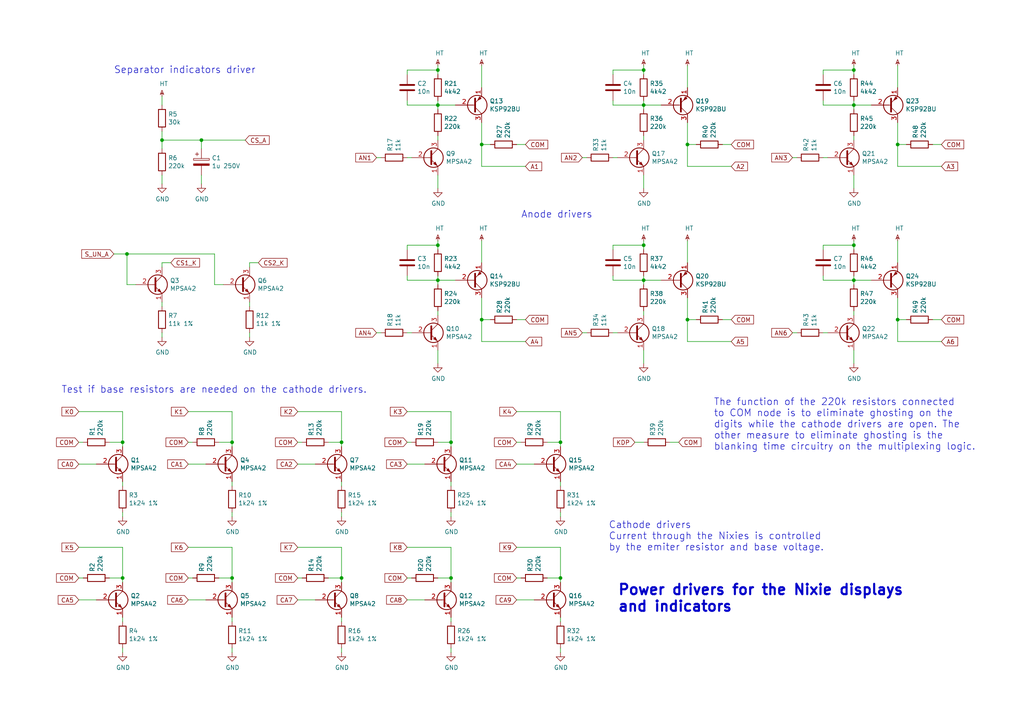
<source format=kicad_sch>
(kicad_sch (version 20211123) (generator eeschema)
  (paper "A4")
  (title_block (title "NixieTTL Clock") (rev "0"))
  (lib_symbols
    (symbol "Device:C" (pin_numbers hide) (pin_names (offset 0.254))
      (property "Reference" "C" (at 0.635 2.54 0))
      (property "Value" "C" (at 0.635 -2.54 0))
      (symbol "C_0_1"
        (polyline (pts (xy -2.032 -0.762) (xy 2.032 -0.762)) (stroke (width 0.508)))
        (polyline (pts (xy -2.032 0.762) (xy 2.032 0.762)) (stroke (width 0.508)))
      )
      (symbol "C_1_1"
        (pin passive line (at 0 3.81 270) (length 2.794) (name "~") (number "1"))
        (pin passive line (at 0 -3.81 90) (length 2.794) (name "~") (number "2"))
      )
    )
    (symbol "Device:C_Polarized" (pin_numbers hide) (pin_names (offset 0.254))
      (property "Reference" "C" (at 0.635 2.54 0))
      (property "Value" "C_Polarized" (at 0.635 -2.54 0))
      (symbol "C_Polarized_0_1"
        (rectangle (start -2.286 0.508) (end 2.286 1.016))
        (polyline (pts (xy -1.778 2.286) (xy -0.762 2.286)))
        (polyline (pts (xy -1.27 2.794) (xy -1.27 1.778)))
        (rectangle (start 2.286 -0.508) (end -2.286 -1.016) (fill (type outline)))
      )
      (symbol "C_Polarized_1_1"
        (pin passive line (at 0 3.81 270) (length 2.794) (name "~") (number "1"))
        (pin passive line (at 0 -3.81 90) (length 2.794) (name "~") (number "2"))
      )
    )
    (symbol "Device:R" (pin_numbers hide) (pin_names (offset 0))
      (property "Reference" "R" (at 2.032 0 90))
      (property "Value" "R" (at 0 0 90))
      (symbol "R_0_1"
        (rectangle (start -1.016 -2.54) (end 1.016 2.54) (stroke (width 0.254)))
      )
      (symbol "R_1_1"
        (pin passive line (at 0 3.81 270) (length 1.27) (name "~") (number "1"))
        (pin passive line (at 0 -3.81 90) (length 1.27) (name "~") (number "2"))
      )
    )
    (symbol "Transistor_BJT:MPSA42" (pin_names (offset 1.016) hide)
      (property "Reference" "Q" (at 5.08 1.905 0))
      (property "Value" "MPSA42" (at 5.08 0 0))
      (symbol "MPSA42_0_1"
        (polyline (pts (xy 0 0) (xy 0.635 0)))
        (polyline (pts (xy 0.635 0.635) (xy 2.54 2.54)))
        (polyline (pts (xy 0.635 -0.635) (xy 2.54 -2.54) (xy 2.54 -2.54)))
        (polyline (pts (xy 0.635 1.905) (xy 0.635 -1.905) (xy 0.635 -1.905)) (stroke (width 0.508)))
        (polyline (pts (xy 1.27 -1.778) (xy 1.778 -1.27) (xy 2.286 -2.286) (xy 1.27 -1.778) (xy 1.27 -1.778)) (fill (type outline)))
        (circle (center 1.27 0) (radius 2.8194) (stroke (width 0.254)))
      )
      (symbol "MPSA42_1_1"
        (pin passive line (at 2.54 -5.08 90) (length 2.54) (name "E") (number "1"))
        (pin input line (at -5.08 0 0) (length 5.08) (name "B") (number "2"))
        (pin passive line (at 2.54 5.08 270) (length 2.54) (name "C") (number "3"))
      )
    )
    (symbol "Transistor_BJT:MPSA92" (pin_names (offset 1.016) hide)
      (property "Reference" "Q" (at 5.08 1.905 0))
      (property "Value" "MPSA92" (at 5.08 0 0))
      (symbol "MPSA92_0_1"
        (polyline (pts (xy 0 0) (xy 0.635 0)))
        (polyline (pts (xy 2.54 -2.54) (xy 0.635 -0.635)))
        (polyline (pts (xy 2.54 2.54) (xy 0.635 0.635)))
        (polyline (pts (xy 0.635 1.905) (xy 0.635 -1.905) (xy 0.635 -1.905)) (stroke (width 0.508)) (fill (type outline)))
        (polyline (pts (xy 1.905 -2.413) (xy 2.413 -1.905) (xy 1.397 -1.397) (xy 1.905 -2.413) (xy 1.905 -2.413)) (fill (type outline)))
        (circle (center 1.27 0) (radius 2.8194) (stroke (width 0.254)))
      )
      (symbol "MPSA92_1_1"
        (pin passive line (at 2.54 -5.08 90) (length 2.54) (name "E") (number "1"))
        (pin input line (at -5.08 0 0) (length 5.08) (name "B") (number "2"))
        (pin passive line (at 2.54 5.08 270) (length 2.54) (name "C") (number "3"))
      )
    )
    (symbol "power:GND" (power) (pin_names (offset 0))
      (property "Value" "GND" (at 0 -3.81 0))
      (symbol "GND_0_1"
        (polyline (pts (xy 0 0) (xy 0 -1.27) (xy 1.27 -1.27) (xy 0 -2.54) (xy -1.27 -1.27) (xy 0 -1.27)))
      )
      (symbol "GND_1_1"
        (pin power_in line (at 0 0 270) (length 0) hide (name "GND") (number "1"))
      )
    )
    (symbol "power:HT" (power) (pin_names (offset 0))
      (property "Value" "HT" (at 0 2.286 0))
      (symbol "HT_0_0"
        (pin power_in line (at 0 0 90) (length 0) hide (name "HT") (number "1"))
      )
      (symbol "HT_0_1"
        (polyline (pts (xy 0 0) (xy 0 1.016) (xy 0 1.016)))
        (polyline (pts (xy 0 1.016) (xy 0.508 0.508) (xy 0 1.778) (xy -0.508 0.508) (xy 0 1.016) (xy 0 1.016)))
      )
    )
  )
  (junction (at 247.65 81.28))
  (junction (at 162.56 167.64))
  (junction (at 36.83 73.66))
  (junction (at 58.42 40.64))
  (junction (at 127 30.48))
  (junction (at 186.69 30.48))
  (junction (at 186.69 81.28))
  (junction (at 139.7 41.91))
  (junction (at 99.06 128.27))
  (junction (at 46.99 40.64))
  (junction (at 199.39 92.71))
  (junction (at 67.31 128.27))
  (junction (at 99.06 167.64))
  (junction (at 162.56 128.27))
  (junction (at 186.69 71.12))
  (junction (at 247.65 30.48))
  (junction (at 127 81.28))
  (junction (at 186.69 20.32))
  (junction (at 67.31 167.64))
  (junction (at 247.65 71.12))
  (junction (at 127 71.12))
  (junction (at 139.7 92.71))
  (junction (at 130.81 128.27))
  (junction (at 260.35 41.91))
  (junction (at 260.35 92.71))
  (junction (at 247.65 20.32))
  (junction (at 35.56 128.27))
  (junction (at 130.81 167.64))
  (junction (at 199.39 41.91))
  (junction (at 127 20.32))
  (junction (at 35.56 167.64))
  (wire (pts (xy 46.99 87.63) (xy 46.99 88.9)))
  (wire (pts (xy 260.35 92.71) (xy 262.89 92.71)))
  (wire (pts (xy 118.11 81.28) (xy 127 81.28)))
  (wire (pts (xy 99.06 139.7) (xy 99.06 140.97)))
  (wire (pts (xy 184.15 128.27) (xy 186.69 128.27)))
  (wire (pts (xy 186.69 81.28) (xy 186.69 82.55)))
  (wire (pts (xy 162.56 158.75) (xy 162.56 167.64)))
  (wire (pts (xy 238.76 29.21) (xy 238.76 30.48)))
  (wire (pts (xy 247.65 20.32) (xy 247.65 21.59)))
  (wire (pts (xy 149.86 119.38) (xy 162.56 119.38)))
  (wire (pts (xy 67.31 119.38) (xy 67.31 128.27)))
  (wire (pts (xy 127 128.27) (xy 130.81 128.27)))
  (wire (pts (xy 127 81.28) (xy 127 82.55)))
  (wire (pts (xy 35.56 129.54) (xy 35.56 128.27)))
  (wire (pts (xy 199.39 92.71) (xy 199.39 99.06)))
  (wire (pts (xy 99.06 119.38) (xy 99.06 128.27)))
  (wire (pts (xy 63.5 167.64) (xy 67.31 167.64)))
  (wire (pts (xy 130.81 179.07) (xy 130.81 180.34)))
  (wire (pts (xy 162.56 149.86) (xy 162.56 148.59)))
  (wire (pts (xy 177.8 30.48) (xy 186.69 30.48)))
  (wire (pts (xy 130.81 139.7) (xy 130.81 140.97)))
  (wire (pts (xy 127 29.21) (xy 127 30.48)))
  (wire (pts (xy 139.7 99.06) (xy 152.4 99.06)))
  (wire (pts (xy 118.11 29.21) (xy 118.11 30.48)))
  (wire (pts (xy 46.99 77.47) (xy 46.99 76.2)))
  (wire (pts (xy 158.75 128.27) (xy 162.56 128.27)))
  (wire (pts (xy 118.11 20.32) (xy 127 20.32)))
  (wire (pts (xy 127 167.64) (xy 130.81 167.64)))
  (wire (pts (xy 238.76 30.48) (xy 247.65 30.48)))
  (wire (pts (xy 130.81 158.75) (xy 130.81 167.64)))
  (wire (pts (xy 247.65 29.21) (xy 247.65 30.48)))
  (wire (pts (xy 67.31 158.75) (xy 67.31 167.64)))
  (wire (pts (xy 109.22 45.72) (xy 110.49 45.72)))
  (wire (pts (xy 139.7 41.91) (xy 139.7 48.26)))
  (wire (pts (xy 118.11 96.52) (xy 119.38 96.52)))
  (wire (pts (xy 149.86 41.91) (xy 152.4 41.91)))
  (wire (pts (xy 260.35 48.26) (xy 273.05 48.26)))
  (wire (pts (xy 238.76 71.12) (xy 238.76 72.39)))
  (wire (pts (xy 86.36 128.27) (xy 87.63 128.27)))
  (wire (pts (xy 238.76 80.01) (xy 238.76 81.28)))
  (wire (pts (xy 99.06 149.86) (xy 99.06 148.59)))
  (wire (pts (xy 54.61 128.27) (xy 55.88 128.27)))
  (wire (pts (xy 127 40.64) (xy 127 39.37)))
  (wire (pts (xy 162.56 129.54) (xy 162.56 128.27)))
  (wire (pts (xy 118.11 45.72) (xy 119.38 45.72)))
  (wire (pts (xy 132.08 81.28) (xy 127 81.28)))
  (wire (pts (xy 54.61 119.38) (xy 67.31 119.38)))
  (wire (pts (xy 139.7 35.56) (xy 139.7 41.91)))
  (wire (pts (xy 186.69 105.41) (xy 186.69 101.6)))
  (wire (pts (xy 186.69 29.21) (xy 186.69 30.48)))
  (wire (pts (xy 139.7 76.2) (xy 139.7 69.85)))
  (wire (pts (xy 22.86 128.27) (xy 24.13 128.27)))
  (wire (pts (xy 162.56 119.38) (xy 162.56 128.27)))
  (wire (pts (xy 149.86 92.71) (xy 152.4 92.71)))
  (wire (pts (xy 229.87 96.52) (xy 231.14 96.52)))
  (wire (pts (xy 199.39 41.91) (xy 201.93 41.91)))
  (wire (pts (xy 46.99 30.48) (xy 46.99 27.94)))
  (wire (pts (xy 247.65 69.85) (xy 247.65 71.12)))
  (wire (pts (xy 231.14 45.72) (xy 229.87 45.72)))
  (wire (pts (xy 118.11 80.01) (xy 118.11 81.28)))
  (wire (pts (xy 31.75 128.27) (xy 35.56 128.27)))
  (wire (pts (xy 139.7 92.71) (xy 139.7 99.06)))
  (wire (pts (xy 177.8 80.01) (xy 177.8 81.28)))
  (wire (pts (xy 118.11 158.75) (xy 130.81 158.75)))
  (wire (pts (xy 252.73 81.28) (xy 247.65 81.28)))
  (wire (pts (xy 186.69 80.01) (xy 186.69 81.28)))
  (wire (pts (xy 54.61 158.75) (xy 67.31 158.75)))
  (wire (pts (xy 95.25 167.64) (xy 99.06 167.64)))
  (wire (pts (xy 127 69.85) (xy 127 71.12)))
  (wire (pts (xy 139.7 25.4) (xy 139.7 19.05)))
  (wire (pts (xy 72.39 87.63) (xy 72.39 88.9)))
  (wire (pts (xy 127 54.61) (xy 127 50.8)))
  (wire (pts (xy 270.51 41.91) (xy 273.05 41.91)))
  (wire (pts (xy 199.39 35.56) (xy 199.39 41.91)))
  (wire (pts (xy 149.86 173.99) (xy 154.94 173.99)))
  (wire (pts (xy 54.61 173.99) (xy 59.69 173.99)))
  (wire (pts (xy 186.69 40.64) (xy 186.69 39.37)))
  (wire (pts (xy 260.35 41.91) (xy 260.35 48.26)))
  (wire (pts (xy 247.65 91.44) (xy 247.65 90.17)))
  (wire (pts (xy 35.56 119.38) (xy 35.56 128.27)))
  (wire (pts (xy 247.65 71.12) (xy 247.65 72.39)))
  (wire (pts (xy 177.8 20.32) (xy 186.69 20.32)))
  (wire (pts (xy 99.06 158.75) (xy 99.06 167.64)))
  (wire (pts (xy 238.76 96.52) (xy 240.03 96.52)))
  (wire (pts (xy 260.35 99.06) (xy 273.05 99.06)))
  (wire (pts (xy 238.76 20.32) (xy 238.76 21.59)))
  (wire (pts (xy 36.83 73.66) (xy 36.83 82.55)))
  (wire (pts (xy 127 80.01) (xy 127 81.28)))
  (wire (pts (xy 67.31 139.7) (xy 67.31 140.97)))
  (wire (pts (xy 130.81 129.54) (xy 130.81 128.27)))
  (wire (pts (xy 238.76 71.12) (xy 247.65 71.12)))
  (wire (pts (xy 158.75 167.64) (xy 162.56 167.64)))
  (wire (pts (xy 186.69 71.12) (xy 186.69 72.39)))
  (wire (pts (xy 186.69 20.32) (xy 186.69 21.59)))
  (wire (pts (xy 35.56 149.86) (xy 35.56 148.59)))
  (wire (pts (xy 118.11 30.48) (xy 127 30.48)))
  (wire (pts (xy 54.61 167.64) (xy 55.88 167.64)))
  (wire (pts (xy 191.77 30.48) (xy 186.69 30.48)))
  (wire (pts (xy 110.49 96.52) (xy 109.22 96.52)))
  (wire (pts (xy 177.8 29.21) (xy 177.8 30.48)))
  (wire (pts (xy 139.7 41.91) (xy 142.24 41.91)))
  (wire (pts (xy 162.56 168.91) (xy 162.56 167.64)))
  (wire (pts (xy 260.35 41.91) (xy 262.89 41.91)))
  (wire (pts (xy 186.69 30.48) (xy 186.69 31.75)))
  (wire (pts (xy 46.99 40.64) (xy 46.99 43.18)))
  (wire (pts (xy 162.56 179.07) (xy 162.56 180.34)))
  (wire (pts (xy 127 71.12) (xy 127 72.39)))
  (wire (pts (xy 199.39 48.26) (xy 212.09 48.26)))
  (wire (pts (xy 118.11 134.62) (xy 123.19 134.62)))
  (wire (pts (xy 63.5 128.27) (xy 67.31 128.27)))
  (wire (pts (xy 260.35 92.71) (xy 260.35 99.06)))
  (wire (pts (xy 118.11 167.64) (xy 119.38 167.64)))
  (wire (pts (xy 35.56 179.07) (xy 35.56 180.34)))
  (wire (pts (xy 58.42 40.64) (xy 71.12 40.64)))
  (wire (pts (xy 62.23 73.66) (xy 62.23 82.55)))
  (wire (pts (xy 177.8 81.28) (xy 186.69 81.28)))
  (wire (pts (xy 22.86 173.99) (xy 27.94 173.99)))
  (wire (pts (xy 177.8 71.12) (xy 177.8 72.39)))
  (wire (pts (xy 118.11 173.99) (xy 123.19 173.99)))
  (wire (pts (xy 67.31 179.07) (xy 67.31 180.34)))
  (wire (pts (xy 209.55 41.91) (xy 212.09 41.91)))
  (wire (pts (xy 86.36 173.99) (xy 91.44 173.99)))
  (wire (pts (xy 31.75 167.64) (xy 35.56 167.64)))
  (wire (pts (xy 199.39 99.06) (xy 212.09 99.06)))
  (wire (pts (xy 186.69 91.44) (xy 186.69 90.17)))
  (wire (pts (xy 247.65 105.41) (xy 247.65 101.6)))
  (wire (pts (xy 86.36 158.75) (xy 99.06 158.75)))
  (wire (pts (xy 99.06 129.54) (xy 99.06 128.27)))
  (wire (pts (xy 238.76 81.28) (xy 247.65 81.28)))
  (wire (pts (xy 127 105.41) (xy 127 101.6)))
  (wire (pts (xy 58.42 43.18) (xy 58.42 40.64)))
  (wire (pts (xy 139.7 92.71) (xy 142.24 92.71)))
  (wire (pts (xy 168.91 96.52) (xy 170.18 96.52)))
  (wire (pts (xy 209.55 92.71) (xy 212.09 92.71)))
  (wire (pts (xy 270.51 92.71) (xy 273.05 92.71)))
  (wire (pts (xy 46.99 76.2) (xy 49.53 76.2)))
  (wire (pts (xy 162.56 139.7) (xy 162.56 140.97)))
  (wire (pts (xy 238.76 20.32) (xy 247.65 20.32)))
  (wire (pts (xy 99.06 168.91) (xy 99.06 167.64)))
  (wire (pts (xy 132.08 30.48) (xy 127 30.48)))
  (wire (pts (xy 118.11 119.38) (xy 130.81 119.38)))
  (wire (pts (xy 199.39 92.71) (xy 201.93 92.71)))
  (wire (pts (xy 130.81 189.23) (xy 130.81 187.96)))
  (wire (pts (xy 194.31 128.27) (xy 196.85 128.27)))
  (wire (pts (xy 22.86 119.38) (xy 35.56 119.38)))
  (wire (pts (xy 127 30.48) (xy 127 31.75)))
  (wire (pts (xy 139.7 48.26) (xy 152.4 48.26)))
  (wire (pts (xy 99.06 179.07) (xy 99.06 180.34)))
  (wire (pts (xy 130.81 149.86) (xy 130.81 148.59)))
  (wire (pts (xy 118.11 20.32) (xy 118.11 21.59)))
  (wire (pts (xy 130.81 119.38) (xy 130.81 128.27)))
  (wire (pts (xy 118.11 71.12) (xy 127 71.12)))
  (wire (pts (xy 191.77 81.28) (xy 186.69 81.28)))
  (wire (pts (xy 247.65 19.05) (xy 247.65 20.32)))
  (wire (pts (xy 33.02 73.66) (xy 36.83 73.66)))
  (wire (pts (xy 35.56 139.7) (xy 35.56 140.97)))
  (wire (pts (xy 260.35 76.2) (xy 260.35 69.85)))
  (wire (pts (xy 86.36 119.38) (xy 99.06 119.38)))
  (wire (pts (xy 177.8 20.32) (xy 177.8 21.59)))
  (wire (pts (xy 127 91.44) (xy 127 90.17)))
  (wire (pts (xy 247.65 81.28) (xy 247.65 82.55)))
  (wire (pts (xy 199.39 25.4) (xy 199.39 19.05)))
  (wire (pts (xy 35.56 168.91) (xy 35.56 167.64)))
  (wire (pts (xy 149.86 134.62) (xy 154.94 134.62)))
  (wire (pts (xy 46.99 53.34) (xy 46.99 50.8)))
  (wire (pts (xy 54.61 134.62) (xy 59.69 134.62)))
  (wire (pts (xy 177.8 71.12) (xy 186.69 71.12)))
  (wire (pts (xy 238.76 45.72) (xy 240.03 45.72)))
  (wire (pts (xy 67.31 189.23) (xy 67.31 187.96)))
  (wire (pts (xy 46.99 97.79) (xy 46.99 96.52)))
  (wire (pts (xy 260.35 25.4) (xy 260.35 19.05)))
  (wire (pts (xy 247.65 30.48) (xy 247.65 31.75)))
  (wire (pts (xy 95.25 128.27) (xy 99.06 128.27)))
  (wire (pts (xy 149.86 128.27) (xy 151.13 128.27)))
  (wire (pts (xy 177.8 45.72) (xy 179.07 45.72)))
  (wire (pts (xy 127 20.32) (xy 127 21.59)))
  (wire (pts (xy 168.91 45.72) (xy 170.18 45.72)))
  (wire (pts (xy 186.69 19.05) (xy 186.69 20.32)))
  (wire (pts (xy 72.39 77.47) (xy 72.39 76.2)))
  (wire (pts (xy 260.35 35.56) (xy 260.35 41.91)))
  (wire (pts (xy 35.56 189.23) (xy 35.56 187.96)))
  (wire (pts (xy 199.39 76.2) (xy 199.39 69.85)))
  (wire (pts (xy 72.39 97.79) (xy 72.39 96.52)))
  (wire (pts (xy 247.65 54.61) (xy 247.65 50.8)))
  (wire (pts (xy 36.83 73.66) (xy 62.23 73.66)))
  (wire (pts (xy 162.56 189.23) (xy 162.56 187.96)))
  (wire (pts (xy 127 19.05) (xy 127 20.32)))
  (wire (pts (xy 35.56 158.75) (xy 35.56 167.64)))
  (wire (pts (xy 67.31 129.54) (xy 67.31 128.27)))
  (wire (pts (xy 247.65 40.64) (xy 247.65 39.37)))
  (wire (pts (xy 72.39 76.2) (xy 74.93 76.2)))
  (wire (pts (xy 99.06 189.23) (xy 99.06 187.96)))
  (wire (pts (xy 260.35 86.36) (xy 260.35 92.71)))
  (wire (pts (xy 199.39 86.36) (xy 199.39 92.71)))
  (wire (pts (xy 199.39 41.91) (xy 199.39 48.26)))
  (wire (pts (xy 139.7 86.36) (xy 139.7 92.71)))
  (wire (pts (xy 252.73 30.48) (xy 247.65 30.48)))
  (wire (pts (xy 118.11 128.27) (xy 119.38 128.27)))
  (wire (pts (xy 247.65 80.01) (xy 247.65 81.28)))
  (wire (pts (xy 22.86 134.62) (xy 27.94 134.62)))
  (wire (pts (xy 36.83 82.55) (xy 39.37 82.55)))
  (wire (pts (xy 86.36 134.62) (xy 91.44 134.62)))
  (wire (pts (xy 130.81 168.91) (xy 130.81 167.64)))
  (wire (pts (xy 149.86 167.64) (xy 151.13 167.64)))
  (wire (pts (xy 67.31 149.86) (xy 67.31 148.59)))
  (wire (pts (xy 22.86 158.75) (xy 35.56 158.75)))
  (wire (pts (xy 58.42 40.64) (xy 46.99 40.64)))
  (wire (pts (xy 186.69 54.61) (xy 186.69 50.8)))
  (wire (pts (xy 149.86 158.75) (xy 162.56 158.75)))
  (wire (pts (xy 186.69 69.85) (xy 186.69 71.12)))
  (wire (pts (xy 46.99 40.64) (xy 46.99 38.1)))
  (wire (pts (xy 58.42 50.8) (xy 58.42 53.34)))
  (wire (pts (xy 118.11 71.12) (xy 118.11 72.39)))
  (wire (pts (xy 22.86 167.64) (xy 24.13 167.64)))
  (wire (pts (xy 177.8 96.52) (xy 179.07 96.52)))
  (wire (pts (xy 64.77 82.55) (xy 62.23 82.55)))
  (wire (pts (xy 67.31 168.91) (xy 67.31 167.64)))
  (wire (pts (xy 86.36 167.64) (xy 87.63 167.64)))
  (text "Test if base resistors are needed on the cathode drivers." (at 17.78 114.3 0) (effects (font (size 2.0066 2.0066)) (justify left bottom)))
  (text "The function of the 220k resistors connected \nto COM node is to eliminate ghosting on the \ndigits while the cathode drivers are open. The \nother measure to eliminate ghosting is the\nblanking time circuitry on the multiplexing logic." (at 207.01 130.81 0) (effects (font (size 2.0066 2.0066)) (justify left bottom)))
  (text "Separator indicators driver\n" (at 33.02 21.59 0) (effects (font (size 2.0066 2.0066)) (justify left bottom)))
  (text "Power drivers for the Nixie displays \nand indicators" (at 179.07 177.8 0) (effects (font (size 2.9972 2.9972) (thickness 0.5994) bold) (justify left bottom)))
  (text "Cathode drivers\nCurrent through the Nixies is controlled \nby the emiter resistor and base voltage." (at 176.53 160.02 0) (effects (font (size 2.0066 2.0066)) (justify left bottom)))
  (text "Anode drivers" (at 151.13 63.5 0) (effects (font (size 2.0066 2.0066)) (justify left bottom)))
  (global_label "COM" (shape input) (at 22.86 167.64 180) (property "Intersheet References" "${INTERSHEET_REFS}" (effects hide)))
  (global_label "KDP" (shape input) (at 184.15 128.27 180) (property "Intersheet References" "${INTERSHEET_REFS}" (effects hide)))
  (global_label "COM" (shape input) (at 152.4 92.71 0) (property "Intersheet References" "${INTERSHEET_REFS}" (effects hide)))
  (global_label "CA0" (shape input) (at 22.86 134.62 180) (property "Intersheet References" "${INTERSHEET_REFS}" (effects hide)))
  (global_label "COM" (shape input) (at 149.86 128.27 180) (property "Intersheet References" "${INTERSHEET_REFS}" (effects hide)))
  (global_label "A6" (shape input) (at 273.05 99.06 0) (property "Intersheet References" "${INTERSHEET_REFS}" (effects hide)))
  (global_label "COM" (shape input) (at 118.11 167.64 180) (property "Intersheet References" "${INTERSHEET_REFS}" (effects hide)))
  (global_label "CA9" (shape input) (at 149.86 173.99 180) (property "Intersheet References" "${INTERSHEET_REFS}" (effects hide)))
  (global_label "COM" (shape input) (at 22.86 128.27 180) (property "Intersheet References" "${INTERSHEET_REFS}" (effects hide)))
  (global_label "A1" (shape input) (at 152.4 48.26 0) (property "Intersheet References" "${INTERSHEET_REFS}" (effects hide)))
  (global_label "CA7" (shape input) (at 86.36 173.99 180) (property "Intersheet References" "${INTERSHEET_REFS}" (effects hide)))
  (global_label "COM" (shape input) (at 149.86 167.64 180) (property "Intersheet References" "${INTERSHEET_REFS}" (effects hide)))
  (global_label "COM" (shape input) (at 196.85 128.27 0) (property "Intersheet References" "${INTERSHEET_REFS}" (effects hide)))
  (global_label "COM" (shape input) (at 86.36 167.64 180) (property "Intersheet References" "${INTERSHEET_REFS}" (effects hide)))
  (global_label "COM" (shape input) (at 273.05 41.91 0) (property "Intersheet References" "${INTERSHEET_REFS}" (effects hide)))
  (global_label "CS_A" (shape input) (at 71.12 40.64 0) (property "Intersheet References" "${INTERSHEET_REFS}" (effects hide)))
  (global_label "CA2" (shape input) (at 86.36 134.62 180) (property "Intersheet References" "${INTERSHEET_REFS}" (effects hide)))
  (global_label "CA8" (shape input) (at 118.11 173.99 180) (property "Intersheet References" "${INTERSHEET_REFS}" (effects hide)))
  (global_label "AN4" (shape input) (at 109.22 96.52 180) (property "Intersheet References" "${INTERSHEET_REFS}" (effects hide)))
  (global_label "K1" (shape input) (at 54.61 119.38 180) (property "Intersheet References" "${INTERSHEET_REFS}" (effects hide)))
  (global_label "AN5" (shape input) (at 168.91 96.52 180) (property "Intersheet References" "${INTERSHEET_REFS}" (effects hide)))
  (global_label "CS1_K" (shape input) (at 49.53 76.2 0) (property "Intersheet References" "${INTERSHEET_REFS}" (effects hide)))
  (global_label "COM" (shape input) (at 86.36 128.27 180) (property "Intersheet References" "${INTERSHEET_REFS}" (effects hide)))
  (global_label "A4" (shape input) (at 152.4 99.06 0) (property "Intersheet References" "${INTERSHEET_REFS}" (effects hide)))
  (global_label "COM" (shape input) (at 212.09 92.71 0) (property "Intersheet References" "${INTERSHEET_REFS}" (effects hide)))
  (global_label "CA1" (shape input) (at 54.61 134.62 180) (property "Intersheet References" "${INTERSHEET_REFS}" (effects hide)))
  (global_label "K2" (shape input) (at 86.36 119.38 180) (property "Intersheet References" "${INTERSHEET_REFS}" (effects hide)))
  (global_label "S_UN_A" (shape input) (at 33.02 73.66 180) (property "Intersheet References" "${INTERSHEET_REFS}" (effects hide)))
  (global_label "CA4" (shape input) (at 149.86 134.62 180) (property "Intersheet References" "${INTERSHEET_REFS}" (effects hide)))
  (global_label "K3" (shape input) (at 118.11 119.38 180) (property "Intersheet References" "${INTERSHEET_REFS}" (effects hide)))
  (global_label "AN2" (shape input) (at 168.91 45.72 180) (property "Intersheet References" "${INTERSHEET_REFS}" (effects hide)))
  (global_label "K7" (shape input) (at 86.36 158.75 180) (property "Intersheet References" "${INTERSHEET_REFS}" (effects hide)))
  (global_label "A5" (shape input) (at 212.09 99.06 0) (property "Intersheet References" "${INTERSHEET_REFS}" (effects hide)))
  (global_label "COM" (shape input) (at 273.05 92.71 0) (property "Intersheet References" "${INTERSHEET_REFS}" (effects hide)))
  (global_label "CA6" (shape input) (at 54.61 173.99 180) (property "Intersheet References" "${INTERSHEET_REFS}" (effects hide)))
  (global_label "CA5" (shape input) (at 22.86 173.99 180) (property "Intersheet References" "${INTERSHEET_REFS}" (effects hide)))
  (global_label "COM" (shape input) (at 212.09 41.91 0) (property "Intersheet References" "${INTERSHEET_REFS}" (effects hide)))
  (global_label "CS2_K" (shape input) (at 74.93 76.2 0) (property "Intersheet References" "${INTERSHEET_REFS}" (effects hide)))
  (global_label "K0" (shape input) (at 22.86 119.38 180) (property "Intersheet References" "${INTERSHEET_REFS}" (effects hide)))
  (global_label "K5" (shape input) (at 22.86 158.75 180) (property "Intersheet References" "${INTERSHEET_REFS}" (effects hide)))
  (global_label "K9" (shape input) (at 149.86 158.75 180) (property "Intersheet References" "${INTERSHEET_REFS}" (effects hide)))
  (global_label "K4" (shape input) (at 149.86 119.38 180) (property "Intersheet References" "${INTERSHEET_REFS}" (effects hide)))
  (global_label "CA3" (shape input) (at 118.11 134.62 180) (property "Intersheet References" "${INTERSHEET_REFS}" (effects hide)))
  (global_label "K6" (shape input) (at 54.61 158.75 180) (property "Intersheet References" "${INTERSHEET_REFS}" (effects hide)))
  (global_label "AN1" (shape input) (at 109.22 45.72 180) (property "Intersheet References" "${INTERSHEET_REFS}" (effects hide)))
  (global_label "COM" (shape input) (at 54.61 167.64 180) (property "Intersheet References" "${INTERSHEET_REFS}" (effects hide)))
  (global_label "COM" (shape input) (at 118.11 128.27 180) (property "Intersheet References" "${INTERSHEET_REFS}" (effects hide)))
  (global_label "K8" (shape input) (at 118.11 158.75 180) (property "Intersheet References" "${INTERSHEET_REFS}" (effects hide)))
  (global_label "COM" (shape input) (at 152.4 41.91 0) (property "Intersheet References" "${INTERSHEET_REFS}" (effects hide)))
  (global_label "AN3" (shape input) (at 229.87 45.72 180) (property "Intersheet References" "${INTERSHEET_REFS}" (effects hide)))
  (global_label "AN6" (shape input) (at 229.87 96.52 180) (property "Intersheet References" "${INTERSHEET_REFS}" (effects hide)))
  (global_label "A2" (shape input) (at 212.09 48.26 0) (property "Intersheet References" "${INTERSHEET_REFS}" (effects hide)))
  (global_label "COM" (shape input) (at 54.61 128.27 180) (property "Intersheet References" "${INTERSHEET_REFS}" (effects hide)))
  (global_label "A3" (shape input) (at 273.05 48.26 0) (property "Intersheet References" "${INTERSHEET_REFS}" (effects hide)))
  (symbol (lib_id "Device:R") (at 35.56 144.78 0) (unit 1)
    (property "Reference" "R3" (at 37.338 143.6116 0) (effects (justify left)))
    (property "Value" "1k24 1%" (at 37.338 145.923 0) (effects (justify left)))
    (property "Footprint" "Resistor_THT:R_Axial_DIN0207_L6.3mm_D2.5mm_P10.16mm_Horizontal" (effects hide))
  )
  (symbol (lib_id "power:GND") (at 35.56 149.86 0) (unit 1)
    (property "Reference" "#PWR01" (effects hide))
    (property "Value" "GND" (at 35.687 154.2542 0))
  )
  (symbol (lib_id "Device:R") (at 46.99 92.71 0) (unit 1)
    (property "Reference" "R7" (at 48.768 91.5416 0) (effects (justify left)))
    (property "Value" "11k 1%" (at 48.768 93.853 0) (effects (justify left)))
    (property "Footprint" "Resistor_THT:R_Axial_DIN0207_L6.3mm_D2.5mm_P10.16mm_Horizontal" (effects hide))
  )
  (symbol (lib_id "power:GND") (at 46.99 97.79 0) (unit 1)
    (property "Reference" "#PWR05" (effects hide))
    (property "Value" "GND" (at 47.117 102.1842 0))
  )
  (symbol (lib_id "Device:R") (at 114.3 45.72 90) (unit 1)
    (property "Reference" "R17" (at 113.1316 43.942 0) (effects (justify left)))
    (property "Value" "11k" (at 115.443 43.942 0) (effects (justify left)))
    (property "Footprint" "Resistor_THT:R_Axial_DIN0207_L6.3mm_D2.5mm_P10.16mm_Horizontal" (effects hide))
  )
  (symbol (lib_id "Device:R") (at 127 35.56 0) (unit 1)
    (property "Reference" "R22" (at 128.778 34.3916 0) (effects (justify left)))
    (property "Value" "220k" (at 128.778 36.703 0) (effects (justify left)))
    (property "Footprint" "Resistor_THT:R_Axial_DIN0207_L6.3mm_D2.5mm_P10.16mm_Horizontal" (effects hide))
  )
  (symbol (lib_id "power:GND") (at 127 54.61 0) (unit 1)
    (property "Reference" "#PWR013" (effects hide))
    (property "Value" "GND" (at 127.127 59.0042 0))
  )
  (symbol (lib_id "power:HT") (at 139.7 19.05 0) (unit 1)
    (property "Reference" "#PWR018" (effects hide))
    (property "Value" "HT" (at 140.208 15.4178 0))
  )
  (symbol (lib_id "power:HT") (at 127 19.05 0) (unit 1)
    (property "Reference" "#PWR012" (effects hide))
    (property "Value" "HT" (at 127.508 15.4178 0))
  )
  (symbol (lib_id "Device:R") (at 127 25.4 0) (unit 1)
    (property "Reference" "R21" (at 128.778 24.2316 0) (effects (justify left)))
    (property "Value" "4k42" (at 128.778 26.543 0) (effects (justify left)))
    (property "Footprint" "Resistor_THT:R_Axial_DIN0207_L6.3mm_D2.5mm_P10.16mm_Horizontal" (effects hide))
  )
  (symbol (lib_id "Device:C") (at 118.11 25.4 0) (unit 1)
    (property "Reference" "C2" (at 121.031 24.2316 0) (effects (justify left)))
    (property "Value" "10n" (at 121.031 26.543 0) (effects (justify left)))
    (property "Footprint" "Capacitor_THT:C_Rect_L7.0mm_W2.5mm_P5.00mm" (effects hide))
  )
  (symbol (lib_id "Device:R") (at 146.05 41.91 90) (unit 1)
    (property "Reference" "R27" (at 144.8816 40.132 0) (effects (justify left)))
    (property "Value" "220k" (at 147.193 40.132 0) (effects (justify left)))
    (property "Footprint" "Resistor_THT:R_Axial_DIN0207_L6.3mm_D2.5mm_P10.16mm_Horizontal" (effects hide))
  )
  (symbol (lib_id "Device:R") (at 173.99 45.72 90) (unit 1)
    (property "Reference" "R33" (at 172.8216 43.942 0) (effects (justify left)))
    (property "Value" "11k" (at 175.133 43.942 0) (effects (justify left)))
    (property "Footprint" "Resistor_THT:R_Axial_DIN0207_L6.3mm_D2.5mm_P10.16mm_Horizontal" (effects hide))
  )
  (symbol (lib_id "Device:R") (at 186.69 35.56 0) (unit 1)
    (property "Reference" "R36" (at 188.468 34.3916 0) (effects (justify left)))
    (property "Value" "220k" (at 188.468 36.703 0) (effects (justify left)))
    (property "Footprint" "Resistor_THT:R_Axial_DIN0207_L6.3mm_D2.5mm_P10.16mm_Horizontal" (effects hide))
  )
  (symbol (lib_id "power:GND") (at 186.69 54.61 0) (unit 1)
    (property "Reference" "#PWR023" (effects hide))
    (property "Value" "GND" (at 186.817 59.0042 0))
  )
  (symbol (lib_id "power:HT") (at 199.39 19.05 0) (unit 1)
    (property "Reference" "#PWR026" (effects hide))
    (property "Value" "HT" (at 199.898 15.4178 0))
  )
  (symbol (lib_id "power:HT") (at 186.69 19.05 0) (unit 1)
    (property "Reference" "#PWR022" (effects hide))
    (property "Value" "HT" (at 187.198 15.4178 0))
  )
  (symbol (lib_id "Device:R") (at 186.69 25.4 0) (unit 1)
    (property "Reference" "R35" (at 188.468 24.2316 0) (effects (justify left)))
    (property "Value" "4k42" (at 188.468 26.543 0) (effects (justify left)))
    (property "Footprint" "Resistor_THT:R_Axial_DIN0207_L6.3mm_D2.5mm_P10.16mm_Horizontal" (effects hide))
  )
  (symbol (lib_id "Device:C") (at 177.8 25.4 0) (unit 1)
    (property "Reference" "C4" (at 180.721 24.2316 0) (effects (justify left)))
    (property "Value" "10n" (at 180.721 26.543 0) (effects (justify left)))
    (property "Footprint" "Capacitor_THT:C_Rect_L7.0mm_W2.5mm_P5.00mm" (effects hide))
  )
  (symbol (lib_id "Device:R") (at 205.74 41.91 90) (unit 1)
    (property "Reference" "R40" (at 204.5716 40.132 0) (effects (justify left)))
    (property "Value" "220k" (at 206.883 40.132 0) (effects (justify left)))
    (property "Footprint" "Resistor_THT:R_Axial_DIN0207_L6.3mm_D2.5mm_P10.16mm_Horizontal" (effects hide))
  )
  (symbol (lib_id "Device:R") (at 234.95 45.72 90) (unit 1)
    (property "Reference" "R42" (at 233.7816 43.942 0) (effects (justify left)))
    (property "Value" "11k" (at 236.093 43.942 0) (effects (justify left)))
    (property "Footprint" "Resistor_THT:R_Axial_DIN0207_L6.3mm_D2.5mm_P10.16mm_Horizontal" (effects hide))
  )
  (symbol (lib_id "Device:R") (at 247.65 35.56 0) (unit 1)
    (property "Reference" "R45" (at 249.428 34.3916 0) (effects (justify left)))
    (property "Value" "220k" (at 249.428 36.703 0) (effects (justify left)))
    (property "Footprint" "Resistor_THT:R_Axial_DIN0207_L6.3mm_D2.5mm_P10.16mm_Horizontal" (effects hide))
  )
  (symbol (lib_id "power:GND") (at 247.65 54.61 0) (unit 1)
    (property "Reference" "#PWR029" (effects hide))
    (property "Value" "GND" (at 247.777 59.0042 0))
  )
  (symbol (lib_id "power:HT") (at 260.35 19.05 0) (unit 1)
    (property "Reference" "#PWR032" (effects hide))
    (property "Value" "HT" (at 260.858 15.4178 0))
  )
  (symbol (lib_id "power:HT") (at 247.65 19.05 0) (unit 1)
    (property "Reference" "#PWR028" (effects hide))
    (property "Value" "HT" (at 248.158 15.4178 0))
  )
  (symbol (lib_id "Device:R") (at 247.65 25.4 0) (unit 1)
    (property "Reference" "R44" (at 249.428 24.2316 0) (effects (justify left)))
    (property "Value" "4k42" (at 249.428 26.543 0) (effects (justify left)))
    (property "Footprint" "Resistor_THT:R_Axial_DIN0207_L6.3mm_D2.5mm_P10.16mm_Horizontal" (effects hide))
  )
  (symbol (lib_id "Device:C") (at 238.76 25.4 0) (unit 1)
    (property "Reference" "C6" (at 241.681 24.2316 0) (effects (justify left)))
    (property "Value" "10n" (at 241.681 26.543 0) (effects (justify left)))
    (property "Footprint" "Capacitor_THT:C_Rect_L7.0mm_W2.5mm_P5.00mm" (effects hide))
  )
  (symbol (lib_id "Device:R") (at 266.7 41.91 90) (unit 1)
    (property "Reference" "R48" (at 265.5316 40.132 0) (effects (justify left)))
    (property "Value" "220k" (at 267.843 40.132 0) (effects (justify left)))
    (property "Footprint" "Resistor_THT:R_Axial_DIN0207_L6.3mm_D2.5mm_P10.16mm_Horizontal" (effects hide))
  )
  (symbol (lib_id "Device:R") (at 114.3 96.52 90) (unit 1)
    (property "Reference" "R18" (at 113.1316 94.742 0) (effects (justify left)))
    (property "Value" "11k" (at 115.443 94.742 0) (effects (justify left)))
    (property "Footprint" "Resistor_THT:R_Axial_DIN0207_L6.3mm_D2.5mm_P10.16mm_Horizontal" (effects hide))
  )
  (symbol (lib_id "Device:R") (at 127 86.36 0) (unit 1)
    (property "Reference" "R24" (at 128.778 85.1916 0) (effects (justify left)))
    (property "Value" "220k" (at 128.778 87.503 0) (effects (justify left)))
    (property "Footprint" "Resistor_THT:R_Axial_DIN0207_L6.3mm_D2.5mm_P10.16mm_Horizontal" (effects hide))
  )
  (symbol (lib_id "power:GND") (at 127 105.41 0) (unit 1)
    (property "Reference" "#PWR015" (effects hide))
    (property "Value" "GND" (at 127.127 109.8042 0))
  )
  (symbol (lib_id "power:HT") (at 139.7 69.85 0) (unit 1)
    (property "Reference" "#PWR019" (effects hide))
    (property "Value" "HT" (at 140.208 66.2178 0))
  )
  (symbol (lib_id "power:HT") (at 127 69.85 0) (unit 1)
    (property "Reference" "#PWR014" (effects hide))
    (property "Value" "HT" (at 127.508 66.2178 0))
  )
  (symbol (lib_id "Device:R") (at 127 76.2 0) (unit 1)
    (property "Reference" "R23" (at 128.778 75.0316 0) (effects (justify left)))
    (property "Value" "4k42" (at 128.778 77.343 0) (effects (justify left)))
    (property "Footprint" "Resistor_THT:R_Axial_DIN0207_L6.3mm_D2.5mm_P10.16mm_Horizontal" (effects hide))
  )
  (symbol (lib_id "Device:C") (at 118.11 76.2 0) (unit 1)
    (property "Reference" "C3" (at 121.031 75.0316 0) (effects (justify left)))
    (property "Value" "10n" (at 121.031 77.343 0) (effects (justify left)))
    (property "Footprint" "Capacitor_THT:C_Rect_L7.0mm_W2.5mm_P5.00mm" (effects hide))
  )
  (symbol (lib_id "Device:R") (at 146.05 92.71 90) (unit 1)
    (property "Reference" "R28" (at 144.8816 90.932 0) (effects (justify left)))
    (property "Value" "220k" (at 147.193 90.932 0) (effects (justify left)))
    (property "Footprint" "Resistor_THT:R_Axial_DIN0207_L6.3mm_D2.5mm_P10.16mm_Horizontal" (effects hide))
  )
  (symbol (lib_id "Device:R") (at 173.99 96.52 90) (unit 1)
    (property "Reference" "R34" (at 172.8216 94.742 0) (effects (justify left)))
    (property "Value" "11k" (at 175.133 94.742 0) (effects (justify left)))
    (property "Footprint" "Resistor_THT:R_Axial_DIN0207_L6.3mm_D2.5mm_P10.16mm_Horizontal" (effects hide))
  )
  (symbol (lib_id "Device:R") (at 186.69 86.36 0) (unit 1)
    (property "Reference" "R38" (at 188.468 85.1916 0) (effects (justify left)))
    (property "Value" "220k" (at 188.468 87.503 0) (effects (justify left)))
    (property "Footprint" "Resistor_THT:R_Axial_DIN0207_L6.3mm_D2.5mm_P10.16mm_Horizontal" (effects hide))
  )
  (symbol (lib_id "power:GND") (at 186.69 105.41 0) (unit 1)
    (property "Reference" "#PWR025" (effects hide))
    (property "Value" "GND" (at 186.817 109.8042 0))
  )
  (symbol (lib_id "power:HT") (at 199.39 69.85 0) (unit 1)
    (property "Reference" "#PWR027" (effects hide))
    (property "Value" "HT" (at 199.898 66.2178 0))
  )
  (symbol (lib_id "power:HT") (at 186.69 69.85 0) (unit 1)
    (property "Reference" "#PWR024" (effects hide))
    (property "Value" "HT" (at 187.198 66.2178 0))
  )
  (symbol (lib_id "Device:R") (at 186.69 76.2 0) (unit 1)
    (property "Reference" "R37" (at 188.468 75.0316 0) (effects (justify left)))
    (property "Value" "4k42" (at 188.468 77.343 0) (effects (justify left)))
    (property "Footprint" "Resistor_THT:R_Axial_DIN0207_L6.3mm_D2.5mm_P10.16mm_Horizontal" (effects hide))
  )
  (symbol (lib_id "Device:C") (at 177.8 76.2 0) (unit 1)
    (property "Reference" "C5" (at 180.721 75.0316 0) (effects (justify left)))
    (property "Value" "10n" (at 180.721 77.343 0) (effects (justify left)))
    (property "Footprint" "Capacitor_THT:C_Rect_L7.0mm_W2.5mm_P5.00mm" (effects hide))
  )
  (symbol (lib_id "Device:R") (at 205.74 92.71 90) (unit 1)
    (property "Reference" "R41" (at 204.5716 90.932 0) (effects (justify left)))
    (property "Value" "220k" (at 206.883 90.932 0) (effects (justify left)))
    (property "Footprint" "Resistor_THT:R_Axial_DIN0207_L6.3mm_D2.5mm_P10.16mm_Horizontal" (effects hide))
  )
  (symbol (lib_id "Device:R") (at 234.95 96.52 90) (unit 1)
    (property "Reference" "R43" (at 233.7816 94.742 0) (effects (justify left)))
    (property "Value" "11k" (at 236.093 94.742 0) (effects (justify left)))
    (property "Footprint" "Resistor_THT:R_Axial_DIN0207_L6.3mm_D2.5mm_P10.16mm_Horizontal" (effects hide))
  )
  (symbol (lib_id "Device:R") (at 247.65 86.36 0) (unit 1)
    (property "Reference" "R47" (at 249.428 85.1916 0) (effects (justify left)))
    (property "Value" "220k" (at 249.428 87.503 0) (effects (justify left)))
    (property "Footprint" "Resistor_THT:R_Axial_DIN0207_L6.3mm_D2.5mm_P10.16mm_Horizontal" (effects hide))
  )
  (symbol (lib_id "power:GND") (at 247.65 105.41 0) (unit 1)
    (property "Reference" "#PWR031" (effects hide))
    (property "Value" "GND" (at 247.777 109.8042 0))
  )
  (symbol (lib_id "power:HT") (at 260.35 69.85 0) (unit 1)
    (property "Reference" "#PWR033" (effects hide))
    (property "Value" "HT" (at 260.858 66.2178 0))
  )
  (symbol (lib_id "power:HT") (at 247.65 69.85 0) (unit 1)
    (property "Reference" "#PWR030" (effects hide))
    (property "Value" "HT" (at 248.158 66.2178 0))
  )
  (symbol (lib_id "Device:R") (at 247.65 76.2 0) (unit 1)
    (property "Reference" "R46" (at 249.428 75.0316 0) (effects (justify left)))
    (property "Value" "4k42" (at 249.428 77.343 0) (effects (justify left)))
    (property "Footprint" "Resistor_THT:R_Axial_DIN0207_L6.3mm_D2.5mm_P10.16mm_Horizontal" (effects hide))
  )
  (symbol (lib_id "Device:C") (at 238.76 76.2 0) (unit 1)
    (property "Reference" "C7" (at 241.681 75.0316 0) (effects (justify left)))
    (property "Value" "10n" (at 241.681 77.343 0) (effects (justify left)))
    (property "Footprint" "Capacitor_THT:C_Rect_L7.0mm_W2.5mm_P5.00mm" (effects hide))
  )
  (symbol (lib_id "Device:R") (at 266.7 92.71 90) (unit 1)
    (property "Reference" "R49" (at 265.5316 90.932 0) (effects (justify left)))
    (property "Value" "220k" (at 267.843 90.932 0) (effects (justify left)))
    (property "Footprint" "Resistor_THT:R_Axial_DIN0207_L6.3mm_D2.5mm_P10.16mm_Horizontal" (effects hide))
  )
  (symbol (lib_id "Device:R") (at 27.94 128.27 90) (unit 1)
    (property "Reference" "R1" (at 26.7716 126.492 0) (effects (justify left)))
    (property "Value" "220k" (at 29.083 126.492 0) (effects (justify left)))
    (property "Footprint" "Resistor_THT:R_Axial_DIN0207_L6.3mm_D2.5mm_P10.16mm_Horizontal" (effects hide))
  )
  (symbol (lib_id "Device:R") (at 72.39 92.71 0) (unit 1)
    (property "Reference" "R12" (at 74.168 91.5416 0) (effects (justify left)))
    (property "Value" "11k 1%" (at 74.168 93.853 0) (effects (justify left)))
    (property "Footprint" "Resistor_THT:R_Axial_DIN0207_L6.3mm_D2.5mm_P10.16mm_Horizontal" (effects hide))
  )
  (symbol (lib_id "power:GND") (at 72.39 97.79 0) (unit 1)
    (property "Reference" "#PWR09" (effects hide))
    (property "Value" "GND" (at 72.517 102.1842 0))
  )
  (symbol (lib_id "Device:R") (at 46.99 34.29 0) (unit 1)
    (property "Reference" "R5" (at 48.768 33.1216 0) (effects (justify left)))
    (property "Value" "30k" (at 48.768 35.433 0) (effects (justify left)))
    (property "Footprint" "Resistor_THT:R_Axial_DIN0207_L6.3mm_D2.5mm_P10.16mm_Horizontal" (effects hide))
  )
  (symbol (lib_id "Device:R") (at 46.99 46.99 0) (unit 1)
    (property "Reference" "R6" (at 48.768 45.8216 0) (effects (justify left)))
    (property "Value" "220k" (at 48.768 48.133 0) (effects (justify left)))
    (property "Footprint" "Resistor_THT:R_Axial_DIN0207_L6.3mm_D2.5mm_P10.16mm_Horizontal" (effects hide))
  )
  (symbol (lib_id "Device:C_Polarized") (at 58.42 46.99 0) (unit 1)
    (property "Reference" "C1" (at 61.4172 45.8216 0) (effects (justify left)))
    (property "Value" "1u 250V" (at 61.4172 48.133 0) (effects (justify left)))
    (property "Footprint" "Capacitor_THT:CP_Radial_D8.0mm_P3.80mm" (effects hide))
  )
  (symbol (lib_id "power:GND") (at 46.99 53.34 0) (unit 1)
    (property "Reference" "#PWR04" (effects hide))
    (property "Value" "GND" (at 47.117 57.7342 0))
  )
  (symbol (lib_id "power:GND") (at 58.42 53.34 0) (unit 1)
    (property "Reference" "#PWR06" (effects hide))
    (property "Value" "GND" (at 58.547 57.7342 0))
  )
  (symbol (lib_id "Transistor_BJT:MPSA42") (at 44.45 82.55 0) (unit 1)
    (property "Reference" "Q3" (at 49.3014 81.3816 0) (effects (justify left)))
    (property "Value" "MPSA42" (at 49.3014 83.693 0) (effects (justify left)))
    (property "Footprint" "Package_TO_SOT_THT:TO-92_Inline" (effects hide))
    (property "Datasheet" "http://www.onsemi.com/pub_link/Collateral/MPSA42-D.PDF" (effects hide))
  )
  (symbol (lib_id "Transistor_BJT:MPSA42") (at 69.85 82.55 0) (unit 1)
    (property "Reference" "Q6" (at 74.7014 81.3816 0) (effects (justify left)))
    (property "Value" "MPSA42" (at 74.7014 83.693 0) (effects (justify left)))
    (property "Footprint" "Package_TO_SOT_THT:TO-92_Inline" (effects hide))
    (property "Datasheet" "http://www.onsemi.com/pub_link/Collateral/MPSA42-D.PDF" (effects hide))
  )
  (symbol (lib_id "Transistor_BJT:MPSA42") (at 124.46 45.72 0) (unit 1)
    (property "Reference" "Q9" (at 129.3114 44.5516 0) (effects (justify left)))
    (property "Value" "MPSA42" (at 129.3114 46.863 0) (effects (justify left)))
    (property "Footprint" "Package_TO_SOT_THT:TO-92_Inline" (effects hide))
    (property "Datasheet" "http://www.onsemi.com/pub_link/Collateral/MPSA42-D.PDF" (effects hide))
  )
  (symbol (lib_id "Transistor_BJT:MPSA42") (at 124.46 96.52 0) (unit 1)
    (property "Reference" "Q10" (at 129.3114 95.3516 0) (effects (justify left)))
    (property "Value" "MPSA42" (at 129.3114 97.663 0) (effects (justify left)))
    (property "Footprint" "Package_TO_SOT_THT:TO-92_Inline" (effects hide))
    (property "Datasheet" "http://www.onsemi.com/pub_link/Collateral/MPSA42-D.PDF" (effects hide))
  )
  (symbol (lib_id "Transistor_BJT:MPSA42") (at 184.15 96.52 0) (unit 1)
    (property "Reference" "Q18" (at 189.0014 95.3516 0) (effects (justify left)))
    (property "Value" "MPSA42" (at 189.0014 97.663 0) (effects (justify left)))
    (property "Footprint" "Package_TO_SOT_THT:TO-92_Inline" (effects hide))
    (property "Datasheet" "http://www.onsemi.com/pub_link/Collateral/MPSA42-D.PDF" (effects hide))
  )
  (symbol (lib_id "Transistor_BJT:MPSA42") (at 184.15 45.72 0) (unit 1)
    (property "Reference" "Q17" (at 189.0014 44.5516 0) (effects (justify left)))
    (property "Value" "MPSA42" (at 189.0014 46.863 0) (effects (justify left)))
    (property "Footprint" "Package_TO_SOT_THT:TO-92_Inline" (effects hide))
    (property "Datasheet" "http://www.onsemi.com/pub_link/Collateral/MPSA42-D.PDF" (effects hide))
  )
  (symbol (lib_id "Transistor_BJT:MPSA42") (at 245.11 45.72 0) (unit 1)
    (property "Reference" "Q21" (at 249.9614 44.5516 0) (effects (justify left)))
    (property "Value" "MPSA42" (at 249.9614 46.863 0) (effects (justify left)))
    (property "Footprint" "Package_TO_SOT_THT:TO-92_Inline" (effects hide))
    (property "Datasheet" "http://www.onsemi.com/pub_link/Collateral/MPSA42-D.PDF" (effects hide))
  )
  (symbol (lib_id "Transistor_BJT:MPSA42") (at 245.11 96.52 0) (unit 1)
    (property "Reference" "Q22" (at 249.9614 95.3516 0) (effects (justify left)))
    (property "Value" "MPSA42" (at 249.9614 97.663 0) (effects (justify left)))
    (property "Footprint" "Package_TO_SOT_THT:TO-92_Inline" (effects hide))
    (property "Datasheet" "http://www.onsemi.com/pub_link/Collateral/MPSA42-D.PDF" (effects hide))
  )
  (symbol (lib_id "Transistor_BJT:MPSA42") (at 33.02 134.62 0) (unit 1)
    (property "Reference" "Q1" (at 37.8714 133.4516 0) (effects (justify left)))
    (property "Value" "MPSA42" (at 37.8714 135.763 0) (effects (justify left)))
    (property "Footprint" "Package_TO_SOT_THT:TO-92_Inline" (effects hide))
    (property "Datasheet" "http://www.onsemi.com/pub_link/Collateral/MPSA42-D.PDF" (effects hide))
  )
  (symbol (lib_id "Transistor_BJT:MPSA42") (at 64.77 134.62 0) (unit 1)
    (property "Reference" "Q4" (at 69.6214 133.4516 0) (effects (justify left)))
    (property "Value" "MPSA42" (at 69.6214 135.763 0) (effects (justify left)))
    (property "Footprint" "Package_TO_SOT_THT:TO-92_Inline" (effects hide))
    (property "Datasheet" "http://www.onsemi.com/pub_link/Collateral/MPSA42-D.PDF" (effects hide))
  )
  (symbol (lib_id "Transistor_BJT:MPSA42") (at 96.52 134.62 0) (unit 1)
    (property "Reference" "Q7" (at 101.3714 133.4516 0) (effects (justify left)))
    (property "Value" "MPSA42" (at 101.3714 135.763 0) (effects (justify left)))
    (property "Footprint" "Package_TO_SOT_THT:TO-92_Inline" (effects hide))
    (property "Datasheet" "http://www.onsemi.com/pub_link/Collateral/MPSA42-D.PDF" (effects hide))
  )
  (symbol (lib_id "Transistor_BJT:MPSA42") (at 128.27 134.62 0) (unit 1)
    (property "Reference" "Q11" (at 133.1214 133.4516 0) (effects (justify left)))
    (property "Value" "MPSA42" (at 133.1214 135.763 0) (effects (justify left)))
    (property "Footprint" "Package_TO_SOT_THT:TO-92_Inline" (effects hide))
    (property "Datasheet" "http://www.onsemi.com/pub_link/Collateral/MPSA42-D.PDF" (effects hide))
  )
  (symbol (lib_id "Transistor_BJT:MPSA42") (at 160.02 134.62 0) (unit 1)
    (property "Reference" "Q15" (at 164.8714 133.4516 0) (effects (justify left)))
    (property "Value" "MPSA42" (at 164.8714 135.763 0) (effects (justify left)))
    (property "Footprint" "Package_TO_SOT_THT:TO-92_Inline" (effects hide))
    (property "Datasheet" "http://www.onsemi.com/pub_link/Collateral/MPSA42-D.PDF" (effects hide))
  )
  (symbol (lib_id "Transistor_BJT:MPSA42") (at 160.02 173.99 0) (unit 1)
    (property "Reference" "Q16" (at 164.8714 172.8216 0) (effects (justify left)))
    (property "Value" "MPSA42" (at 164.8714 175.133 0) (effects (justify left)))
    (property "Footprint" "Package_TO_SOT_THT:TO-92_Inline" (effects hide))
    (property "Datasheet" "http://www.onsemi.com/pub_link/Collateral/MPSA42-D.PDF" (effects hide))
  )
  (symbol (lib_id "Transistor_BJT:MPSA42") (at 128.27 173.99 0) (unit 1)
    (property "Reference" "Q12" (at 133.1214 172.8216 0) (effects (justify left)))
    (property "Value" "MPSA42" (at 133.1214 175.133 0) (effects (justify left)))
    (property "Footprint" "Package_TO_SOT_THT:TO-92_Inline" (effects hide))
    (property "Datasheet" "http://www.onsemi.com/pub_link/Collateral/MPSA42-D.PDF" (effects hide))
  )
  (symbol (lib_id "Transistor_BJT:MPSA42") (at 96.52 173.99 0) (unit 1)
    (property "Reference" "Q8" (at 101.3714 172.8216 0) (effects (justify left)))
    (property "Value" "MPSA42" (at 101.3714 175.133 0) (effects (justify left)))
    (property "Footprint" "Package_TO_SOT_THT:TO-92_Inline" (effects hide))
    (property "Datasheet" "http://www.onsemi.com/pub_link/Collateral/MPSA42-D.PDF" (effects hide))
  )
  (symbol (lib_id "Transistor_BJT:MPSA42") (at 64.77 173.99 0) (unit 1)
    (property "Reference" "Q5" (at 69.6214 172.8216 0) (effects (justify left)))
    (property "Value" "MPSA42" (at 69.6214 175.133 0) (effects (justify left)))
    (property "Footprint" "Package_TO_SOT_THT:TO-92_Inline" (effects hide))
    (property "Datasheet" "http://www.onsemi.com/pub_link/Collateral/MPSA42-D.PDF" (effects hide))
  )
  (symbol (lib_id "Transistor_BJT:MPSA42") (at 33.02 173.99 0) (unit 1)
    (property "Reference" "Q2" (at 37.8714 172.8216 0) (effects (justify left)))
    (property "Value" "MPSA42" (at 37.8714 175.133 0) (effects (justify left)))
    (property "Footprint" "Package_TO_SOT_THT:TO-92_Inline" (effects hide))
    (property "Datasheet" "http://www.onsemi.com/pub_link/Collateral/MPSA42-D.PDF" (effects hide))
  )
  (symbol (lib_id "Transistor_BJT:MPSA92") (at 137.16 30.48 0) (mirror x) (unit 1)
    (property "Reference" "Q13" (at 142.0114 29.3116 0) (effects (justify left)))
    (property "Value" "KSP92BU" (at 142.0114 31.623 0) (effects (justify left)))
    (property "Footprint" "Package_TO_SOT_THT:TO-92_Inline" (effects hide))
    (property "Datasheet" "http://www.onsemi.com/pub_link/Collateral/MPSA92-D.PDF" (effects hide))
  )
  (symbol (lib_id "Transistor_BJT:MPSA92") (at 196.85 30.48 0) (mirror x) (unit 1)
    (property "Reference" "Q19" (at 201.7014 29.3116 0) (effects (justify left)))
    (property "Value" "KSP92BU" (at 201.7014 31.623 0) (effects (justify left)))
    (property "Footprint" "Package_TO_SOT_THT:TO-92_Inline" (effects hide))
    (property "Datasheet" "http://www.onsemi.com/pub_link/Collateral/MPSA92-D.PDF" (effects hide))
  )
  (symbol (lib_id "Transistor_BJT:MPSA92") (at 257.81 30.48 0) (mirror x) (unit 1)
    (property "Reference" "Q23" (at 262.6614 29.3116 0) (effects (justify left)))
    (property "Value" "KSP92BU" (at 262.6614 31.623 0) (effects (justify left)))
    (property "Footprint" "Package_TO_SOT_THT:TO-92_Inline" (effects hide))
    (property "Datasheet" "http://www.onsemi.com/pub_link/Collateral/MPSA92-D.PDF" (effects hide))
  )
  (symbol (lib_id "Transistor_BJT:MPSA92") (at 137.16 81.28 0) (mirror x) (unit 1)
    (property "Reference" "Q14" (at 142.0114 80.1116 0) (effects (justify left)))
    (property "Value" "KSP92BU" (at 142.0114 82.423 0) (effects (justify left)))
    (property "Footprint" "Package_TO_SOT_THT:TO-92_Inline" (effects hide))
    (property "Datasheet" "http://www.onsemi.com/pub_link/Collateral/MPSA92-D.PDF" (effects hide))
  )
  (symbol (lib_id "Transistor_BJT:MPSA92") (at 196.85 81.28 0) (mirror x) (unit 1)
    (property "Reference" "Q20" (at 201.7014 80.1116 0) (effects (justify left)))
    (property "Value" "KSP92BU" (at 201.7014 82.423 0) (effects (justify left)))
    (property "Footprint" "Package_TO_SOT_THT:TO-92_Inline" (effects hide))
    (property "Datasheet" "http://www.onsemi.com/pub_link/Collateral/MPSA92-D.PDF" (effects hide))
  )
  (symbol (lib_id "Transistor_BJT:MPSA92") (at 257.81 81.28 0) (mirror x) (unit 1)
    (property "Reference" "Q24" (at 262.6614 80.1116 0) (effects (justify left)))
    (property "Value" "KSP92BU" (at 262.6614 82.423 0) (effects (justify left)))
    (property "Footprint" "Package_TO_SOT_THT:TO-92_Inline" (effects hide))
    (property "Datasheet" "http://www.onsemi.com/pub_link/Collateral/MPSA92-D.PDF" (effects hide))
  )
  (symbol (lib_id "Device:R") (at 67.31 144.78 0) (unit 1)
    (property "Reference" "R10" (at 69.088 143.6116 0) (effects (justify left)))
    (property "Value" "1k24 1%" (at 69.088 145.923 0) (effects (justify left)))
    (property "Footprint" "Resistor_THT:R_Axial_DIN0207_L6.3mm_D2.5mm_P10.16mm_Horizontal" (effects hide))
  )
  (symbol (lib_id "power:GND") (at 67.31 149.86 0) (unit 1)
    (property "Reference" "#PWR07" (effects hide))
    (property "Value" "GND" (at 67.437 154.2542 0))
  )
  (symbol (lib_id "Device:R") (at 59.69 128.27 90) (unit 1)
    (property "Reference" "R8" (at 58.5216 126.492 0) (effects (justify left)))
    (property "Value" "220k" (at 60.833 126.492 0) (effects (justify left)))
    (property "Footprint" "Resistor_THT:R_Axial_DIN0207_L6.3mm_D2.5mm_P10.16mm_Horizontal" (effects hide))
  )
  (symbol (lib_id "Device:R") (at 99.06 144.78 0) (unit 1)
    (property "Reference" "R15" (at 100.838 143.6116 0) (effects (justify left)))
    (property "Value" "1k24 1%" (at 100.838 145.923 0) (effects (justify left)))
    (property "Footprint" "Resistor_THT:R_Axial_DIN0207_L6.3mm_D2.5mm_P10.16mm_Horizontal" (effects hide))
  )
  (symbol (lib_id "power:GND") (at 99.06 149.86 0) (unit 1)
    (property "Reference" "#PWR010" (effects hide))
    (property "Value" "GND" (at 99.187 154.2542 0))
  )
  (symbol (lib_id "Device:R") (at 91.44 128.27 90) (unit 1)
    (property "Reference" "R13" (at 90.2716 126.492 0) (effects (justify left)))
    (property "Value" "220k" (at 92.583 126.492 0) (effects (justify left)))
    (property "Footprint" "Resistor_THT:R_Axial_DIN0207_L6.3mm_D2.5mm_P10.16mm_Horizontal" (effects hide))
  )
  (symbol (lib_id "Device:R") (at 130.81 144.78 0) (unit 1)
    (property "Reference" "R25" (at 132.588 143.6116 0) (effects (justify left)))
    (property "Value" "1k24 1%" (at 132.588 145.923 0) (effects (justify left)))
    (property "Footprint" "Resistor_THT:R_Axial_DIN0207_L6.3mm_D2.5mm_P10.16mm_Horizontal" (effects hide))
  )
  (symbol (lib_id "power:GND") (at 130.81 149.86 0) (unit 1)
    (property "Reference" "#PWR016" (effects hide))
    (property "Value" "GND" (at 130.937 154.2542 0))
  )
  (symbol (lib_id "Device:R") (at 123.19 128.27 90) (unit 1)
    (property "Reference" "R19" (at 122.0216 126.492 0) (effects (justify left)))
    (property "Value" "220k" (at 124.333 126.492 0) (effects (justify left)))
    (property "Footprint" "Resistor_THT:R_Axial_DIN0207_L6.3mm_D2.5mm_P10.16mm_Horizontal" (effects hide))
  )
  (symbol (lib_id "Device:R") (at 162.56 144.78 0) (unit 1)
    (property "Reference" "R31" (at 164.338 143.6116 0) (effects (justify left)))
    (property "Value" "1k24 1%" (at 164.338 145.923 0) (effects (justify left)))
    (property "Footprint" "Resistor_THT:R_Axial_DIN0207_L6.3mm_D2.5mm_P10.16mm_Horizontal" (effects hide))
  )
  (symbol (lib_id "power:GND") (at 162.56 149.86 0) (unit 1)
    (property "Reference" "#PWR020" (effects hide))
    (property "Value" "GND" (at 162.687 154.2542 0))
  )
  (symbol (lib_id "Device:R") (at 154.94 128.27 90) (unit 1)
    (property "Reference" "R29" (at 153.7716 126.492 0) (effects (justify left)))
    (property "Value" "220k" (at 156.083 126.492 0) (effects (justify left)))
    (property "Footprint" "Resistor_THT:R_Axial_DIN0207_L6.3mm_D2.5mm_P10.16mm_Horizontal" (effects hide))
  )
  (symbol (lib_id "Device:R") (at 35.56 184.15 0) (unit 1)
    (property "Reference" "R4" (at 37.338 182.9816 0) (effects (justify left)))
    (property "Value" "1k24 1%" (at 37.338 185.293 0) (effects (justify left)))
    (property "Footprint" "Resistor_THT:R_Axial_DIN0207_L6.3mm_D2.5mm_P10.16mm_Horizontal" (effects hide))
  )
  (symbol (lib_id "power:GND") (at 35.56 189.23 0) (unit 1)
    (property "Reference" "#PWR02" (effects hide))
    (property "Value" "GND" (at 35.687 193.6242 0))
  )
  (symbol (lib_id "Device:R") (at 27.94 167.64 90) (unit 1)
    (property "Reference" "R2" (at 26.7716 165.862 0) (effects (justify left)))
    (property "Value" "220k" (at 29.083 165.862 0) (effects (justify left)))
    (property "Footprint" "Resistor_THT:R_Axial_DIN0207_L6.3mm_D2.5mm_P10.16mm_Horizontal" (effects hide))
  )
  (symbol (lib_id "Device:R") (at 67.31 184.15 0) (unit 1)
    (property "Reference" "R11" (at 69.088 182.9816 0) (effects (justify left)))
    (property "Value" "1k24 1%" (at 69.088 185.293 0) (effects (justify left)))
    (property "Footprint" "Resistor_THT:R_Axial_DIN0207_L6.3mm_D2.5mm_P10.16mm_Horizontal" (effects hide))
  )
  (symbol (lib_id "power:GND") (at 67.31 189.23 0) (unit 1)
    (property "Reference" "#PWR08" (effects hide))
    (property "Value" "GND" (at 67.437 193.6242 0))
  )
  (symbol (lib_id "Device:R") (at 59.69 167.64 90) (unit 1)
    (property "Reference" "R9" (at 58.5216 165.862 0) (effects (justify left)))
    (property "Value" "220k" (at 60.833 165.862 0) (effects (justify left)))
    (property "Footprint" "Resistor_THT:R_Axial_DIN0207_L6.3mm_D2.5mm_P10.16mm_Horizontal" (effects hide))
  )
  (symbol (lib_id "Device:R") (at 99.06 184.15 0) (unit 1)
    (property "Reference" "R16" (at 100.838 182.9816 0) (effects (justify left)))
    (property "Value" "1k24 1%" (at 100.838 185.293 0) (effects (justify left)))
    (property "Footprint" "Resistor_THT:R_Axial_DIN0207_L6.3mm_D2.5mm_P10.16mm_Horizontal" (effects hide))
  )
  (symbol (lib_id "power:GND") (at 99.06 189.23 0) (unit 1)
    (property "Reference" "#PWR011" (effects hide))
    (property "Value" "GND" (at 99.187 193.6242 0))
  )
  (symbol (lib_id "Device:R") (at 91.44 167.64 90) (unit 1)
    (property "Reference" "R14" (at 90.2716 165.862 0) (effects (justify left)))
    (property "Value" "220k" (at 92.583 165.862 0) (effects (justify left)))
    (property "Footprint" "Resistor_THT:R_Axial_DIN0207_L6.3mm_D2.5mm_P10.16mm_Horizontal" (effects hide))
  )
  (symbol (lib_id "Device:R") (at 130.81 184.15 0) (unit 1)
    (property "Reference" "R26" (at 132.588 182.9816 0) (effects (justify left)))
    (property "Value" "1k24 1%" (at 132.588 185.293 0) (effects (justify left)))
    (property "Footprint" "Resistor_THT:R_Axial_DIN0207_L6.3mm_D2.5mm_P10.16mm_Horizontal" (effects hide))
  )
  (symbol (lib_id "power:GND") (at 130.81 189.23 0) (unit 1)
    (property "Reference" "#PWR017" (effects hide))
    (property "Value" "GND" (at 130.937 193.6242 0))
  )
  (symbol (lib_id "Device:R") (at 123.19 167.64 90) (unit 1)
    (property "Reference" "R20" (at 122.0216 165.862 0) (effects (justify left)))
    (property "Value" "220k" (at 124.333 165.862 0) (effects (justify left)))
    (property "Footprint" "Resistor_THT:R_Axial_DIN0207_L6.3mm_D2.5mm_P10.16mm_Horizontal" (effects hide))
  )
  (symbol (lib_id "Device:R") (at 162.56 184.15 0) (unit 1)
    (property "Reference" "R32" (at 164.338 182.9816 0) (effects (justify left)))
    (property "Value" "1k24 1%" (at 164.338 185.293 0) (effects (justify left)))
    (property "Footprint" "Resistor_THT:R_Axial_DIN0207_L6.3mm_D2.5mm_P10.16mm_Horizontal" (effects hide))
  )
  (symbol (lib_id "power:GND") (at 162.56 189.23 0) (unit 1)
    (property "Reference" "#PWR021" (effects hide))
    (property "Value" "GND" (at 162.687 193.6242 0))
  )
  (symbol (lib_id "Device:R") (at 154.94 167.64 90) (unit 1)
    (property "Reference" "R30" (at 153.7716 165.862 0) (effects (justify left)))
    (property "Value" "220k" (at 156.083 165.862 0) (effects (justify left)))
    (property "Footprint" "Resistor_THT:R_Axial_DIN0207_L6.3mm_D2.5mm_P10.16mm_Horizontal" (effects hide))
  )
  (symbol (lib_id "Device:R") (at 190.5 128.27 90) (unit 1)
    (property "Reference" "R39" (at 189.3316 126.492 0) (effects (justify left)))
    (property "Value" "220k" (at 191.643 126.492 0) (effects (justify left)))
    (property "Footprint" "Resistor_THT:R_Axial_DIN0207_L6.3mm_D2.5mm_P10.16mm_Horizontal" (effects hide))
  )
  (symbol (lib_id "power:HT") (at 46.99 27.94 0) (unit 1)
    (property "Reference" "#PWR03" (effects hide))
    (property "Value" "HT" (at 47.498 24.3078 0))
  )
)
</source>
